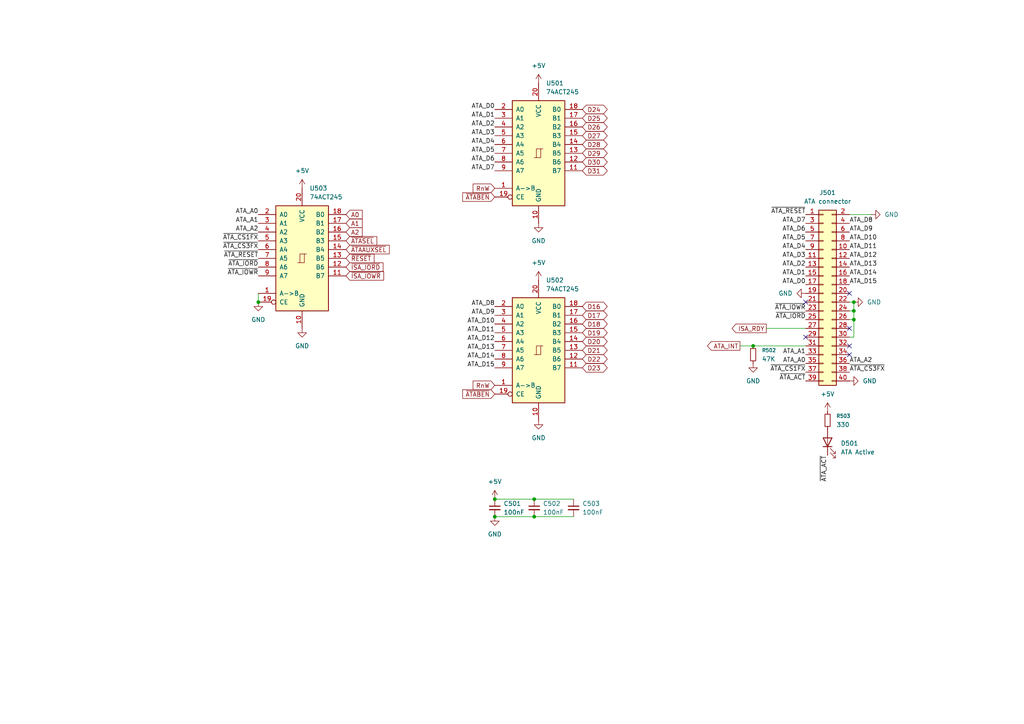
<source format=kicad_sch>
(kicad_sch (version 20250114) (generator "eeschema") (generator_version "9.0")
  (paper "A4")
  (lib_symbols
    (symbol "74xx:74HC245" (pin_names (offset 1.016))
      (property "Reference" "U" (at -7.62 16.51 0))
      (property "Value" "74HC245" (at -7.62 -16.51 0))
      (symbol "74HC245_1_0"
        (polyline (pts (xy -1.27 -1.27) (xy 0.635 -1.27) (xy 0.635 1.27) (xy 1.27 1.27)))
        (polyline (pts (xy -0.635 -1.27) (xy -0.635 1.27) (xy 0.635 1.27)))
        (pin tri_state line (at -12.7 12.7 0) (length 5.08) (name "A0") (number "2"))
        (pin tri_state line (at -12.7 10.16 0) (length 5.08) (name "A1") (number "3"))
        (pin tri_state line (at -12.7 7.62 0) (length 5.08) (name "A2") (number "4"))
        (pin tri_state line (at -12.7 5.08 0) (length 5.08) (name "A3") (number "5"))
        (pin tri_state line (at -12.7 2.54 0) (length 5.08) (name "A4") (number "6"))
        (pin tri_state line (at -12.7 0 0) (length 5.08) (name "A5") (number "7"))
        (pin tri_state line (at -12.7 -2.54 0) (length 5.08) (name "A6") (number "8"))
        (pin tri_state line (at -12.7 -5.08 0) (length 5.08) (name "A7") (number "9"))
        (pin input line (at -12.7 -10.16 0) (length 5.08) (name "A->B") (number "1"))
        (pin input inverted (at -12.7 -12.7 0) (length 5.08) (name "CE") (number "19"))
        (pin power_in line (at 0 20.32 270) (length 5.08) (name "VCC") (number "20"))
        (pin power_in line (at 0 -20.32 90) (length 5.08) (name "GND") (number "10"))
        (pin tri_state line (at 12.7 12.7 180) (length 5.08) (name "B0") (number "18"))
        (pin tri_state line (at 12.7 10.16 180) (length 5.08) (name "B1") (number "17"))
        (pin tri_state line (at 12.7 7.62 180) (length 5.08) (name "B2") (number "16"))
        (pin tri_state line (at 12.7 5.08 180) (length 5.08) (name "B3") (number "15"))
        (pin tri_state line (at 12.7 2.54 180) (length 5.08) (name "B4") (number "14"))
        (pin tri_state line (at 12.7 0 180) (length 5.08) (name "B5") (number "13"))
        (pin tri_state line (at 12.7 -2.54 180) (length 5.08) (name "B6") (number "12"))
        (pin tri_state line (at 12.7 -5.08 180) (length 5.08) (name "B7") (number "11"))
      )
      (symbol "74HC245_1_1"
        (rectangle (start -7.62 15.24) (end 7.62 -15.24) (stroke (width 0.254)) (fill (type background)))
      )
    )
    (symbol "Connector_Generic:Conn_02x20_Odd_Even" (pin_names (offset 1.016) (hide yes))
      (property "Reference" "J" (at 1.27 25.4 0))
      (property "Value" "Conn_02x20_Odd_Even" (at 1.27 -27.94 0))
      (symbol "Conn_02x20_Odd_Even_1_1"
        (rectangle (start -1.27 24.13) (end 3.81 -26.67) (stroke (width 0.254)) (fill (type background)))
        (rectangle (start -1.27 22.987) (end 0 22.733) (stroke (width 0.1524)))
        (rectangle (start -1.27 20.447) (end 0 20.193) (stroke (width 0.1524)))
        (rectangle (start -1.27 17.907) (end 0 17.653) (stroke (width 0.1524)))
        (rectangle (start -1.27 15.367) (end 0 15.113) (stroke (width 0.1524)))
        (rectangle (start -1.27 12.827) (end 0 12.573) (stroke (width 0.1524)))
        (rectangle (start -1.27 10.287) (end 0 10.033) (stroke (width 0.1524)))
        (rectangle (start -1.27 7.747) (end 0 7.493) (stroke (width 0.1524)))
        (rectangle (start -1.27 5.207) (end 0 4.953) (stroke (width 0.1524)))
        (rectangle (start -1.27 2.667) (end 0 2.413) (stroke (width 0.1524)))
        (rectangle (start -1.27 0.127) (end 0 -0.127) (stroke (width 0.1524)))
        (rectangle (start -1.27 -2.413) (end 0 -2.667) (stroke (width 0.1524)))
        (rectangle (start -1.27 -4.953) (end 0 -5.207) (stroke (width 0.1524)))
        (rectangle (start -1.27 -7.493) (end 0 -7.747) (stroke (width 0.1524)))
        (rectangle (start -1.27 -10.033) (end 0 -10.287) (stroke (width 0.1524)))
        (rectangle (start -1.27 -12.573) (end 0 -12.827) (stroke (width 0.1524)))
        (rectangle (start -1.27 -15.113) (end 0 -15.367) (stroke (width 0.1524)))
        (rectangle (start -1.27 -17.653) (end 0 -17.907) (stroke (width 0.1524)))
        (rectangle (start -1.27 -20.193) (end 0 -20.447) (stroke (width 0.1524)))
        (rectangle (start -1.27 -22.733) (end 0 -22.987) (stroke (width 0.1524)))
        (rectangle (start -1.27 -25.273) (end 0 -25.527) (stroke (width 0.1524)))
        (rectangle (start 3.81 22.987) (end 2.54 22.733) (stroke (width 0.1524)))
        (rectangle (start 3.81 20.447) (end 2.54 20.193) (stroke (width 0.1524)))
        (rectangle (start 3.81 17.907) (end 2.54 17.653) (stroke (width 0.1524)))
        (rectangle (start 3.81 15.367) (end 2.54 15.113) (stroke (width 0.1524)))
        (rectangle (start 3.81 12.827) (end 2.54 12.573) (stroke (width 0.1524)))
        (rectangle (start 3.81 10.287) (end 2.54 10.033) (stroke (width 0.1524)))
        (rectangle (start 3.81 7.747) (end 2.54 7.493) (stroke (width 0.1524)))
        (rectangle (start 3.81 5.207) (end 2.54 4.953) (stroke (width 0.1524)))
        (rectangle (start 3.81 2.667) (end 2.54 2.413) (stroke (width 0.1524)))
        (rectangle (start 3.81 0.127) (end 2.54 -0.127) (stroke (width 0.1524)))
        (rectangle (start 3.81 -2.413) (end 2.54 -2.667) (stroke (width 0.1524)))
        (rectangle (start 3.81 -4.953) (end 2.54 -5.207) (stroke (width 0.1524)))
        (rectangle (start 3.81 -7.493) (end 2.54 -7.747) (stroke (width 0.1524)))
        (rectangle (start 3.81 -10.033) (end 2.54 -10.287) (stroke (width 0.1524)))
        (rectangle (start 3.81 -12.573) (end 2.54 -12.827) (stroke (width 0.1524)))
        (rectangle (start 3.81 -15.113) (end 2.54 -15.367) (stroke (width 0.1524)))
        (rectangle (start 3.81 -17.653) (end 2.54 -17.907) (stroke (width 0.1524)))
        (rectangle (start 3.81 -20.193) (end 2.54 -20.447) (stroke (width 0.1524)))
        (rectangle (start 3.81 -22.733) (end 2.54 -22.987) (stroke (width 0.1524)))
        (rectangle (start 3.81 -25.273) (end 2.54 -25.527) (stroke (width 0.1524)))
        (pin passive line (at -5.08 22.86 0) (length 3.81) (name "Pin_1") (number "1"))
        (pin passive line (at -5.08 20.32 0) (length 3.81) (name "Pin_3") (number "3"))
        (pin passive line (at -5.08 17.78 0) (length 3.81) (name "Pin_5") (number "5"))
        (pin passive line (at -5.08 15.24 0) (length 3.81) (name "Pin_7") (number "7"))
        (pin passive line (at -5.08 12.7 0) (length 3.81) (name "Pin_9") (number "9"))
        (pin passive line (at -5.08 10.16 0) (length 3.81) (name "Pin_11") (number "11"))
        (pin passive line (at -5.08 7.62 0) (length 3.81) (name "Pin_13") (number "13"))
        (pin passive line (at -5.08 5.08 0) (length 3.81) (name "Pin_15") (number "15"))
        (pin passive line (at -5.08 2.54 0) (length 3.81) (name "Pin_17") (number "17"))
        (pin passive line (at -5.08 0 0) (length 3.81) (name "Pin_19") (number "19"))
        (pin passive line (at -5.08 -2.54 0) (length 3.81) (name "Pin_21") (number "21"))
        (pin passive line (at -5.08 -5.08 0) (length 3.81) (name "Pin_23") (number "23"))
        (pin passive line (at -5.08 -7.62 0) (length 3.81) (name "Pin_25") (number "25"))
        (pin passive line (at -5.08 -10.16 0) (length 3.81) (name "Pin_27") (number "27"))
        (pin passive line (at -5.08 -12.7 0) (length 3.81) (name "Pin_29") (number "29"))
        (pin passive line (at -5.08 -15.24 0) (length 3.81) (name "Pin_31") (number "31"))
        (pin passive line (at -5.08 -17.78 0) (length 3.81) (name "Pin_33") (number "33"))
        (pin passive line (at -5.08 -20.32 0) (length 3.81) (name "Pin_35") (number "35"))
        (pin passive line (at -5.08 -22.86 0) (length 3.81) (name "Pin_37") (number "37"))
        (pin passive line (at -5.08 -25.4 0) (length 3.81) (name "Pin_39") (number "39"))
        (pin passive line (at 7.62 22.86 180) (length 3.81) (name "Pin_2") (number "2"))
        (pin passive line (at 7.62 20.32 180) (length 3.81) (name "Pin_4") (number "4"))
        (pin passive line (at 7.62 17.78 180) (length 3.81) (name "Pin_6") (number "6"))
        (pin passive line (at 7.62 15.24 180) (length 3.81) (name "Pin_8") (number "8"))
        (pin passive line (at 7.62 12.7 180) (length 3.81) (name "Pin_10") (number "10"))
        (pin passive line (at 7.62 10.16 180) (length 3.81) (name "Pin_12") (number "12"))
        (pin passive line (at 7.62 7.62 180) (length 3.81) (name "Pin_14") (number "14"))
        (pin passive line (at 7.62 5.08 180) (length 3.81) (name "Pin_16") (number "16"))
        (pin passive line (at 7.62 2.54 180) (length 3.81) (name "Pin_18") (number "18"))
        (pin passive line (at 7.62 0 180) (length 3.81) (name "Pin_20") (number "20"))
        (pin passive line (at 7.62 -2.54 180) (length 3.81) (name "Pin_22") (number "22"))
        (pin passive line (at 7.62 -5.08 180) (length 3.81) (name "Pin_24") (number "24"))
        (pin passive line (at 7.62 -7.62 180) (length 3.81) (name "Pin_26") (number "26"))
        (pin passive line (at 7.62 -10.16 180) (length 3.81) (name "Pin_28") (number "28"))
        (pin passive line (at 7.62 -12.7 180) (length 3.81) (name "Pin_30") (number "30"))
        (pin passive line (at 7.62 -15.24 180) (length 3.81) (name "Pin_32") (number "32"))
        (pin passive line (at 7.62 -17.78 180) (length 3.81) (name "Pin_34") (number "34"))
        (pin passive line (at 7.62 -20.32 180) (length 3.81) (name "Pin_36") (number "36"))
        (pin passive line (at 7.62 -22.86 180) (length 3.81) (name "Pin_38") (number "38"))
        (pin passive line (at 7.62 -25.4 180) (length 3.81) (name "Pin_40") (number "40"))
      )
    )
    (symbol "Device:C_Small" (pin_numbers (hide yes)) (pin_names (offset 0.254) (hide yes))
      (property "Reference" "C" (at 0.254 1.778 0))
      (property "Value" "C_Small" (at 0.254 -2.032 0))
      (symbol "C_Small_0_1"
        (polyline (pts (xy -1.524 0.508) (xy 1.524 0.508)) (stroke (width 0.3048)))
        (polyline (pts (xy -1.524 -0.508) (xy 1.524 -0.508)) (stroke (width 0.3302)))
      )
      (symbol "C_Small_1_1"
        (pin passive line (at 0 2.54 270) (length 2.032) (name "~") (number "1"))
        (pin passive line (at 0 -2.54 90) (length 2.032) (name "~") (number "2"))
      )
    )
    (symbol "Device:LED" (pin_numbers (hide yes)) (pin_names (offset 1.016) (hide yes))
      (property "Reference" "D" (at 0 2.54 0))
      (property "Value" "LED" (at 0 -2.54 0))
      (symbol "LED_0_1"
        (polyline (pts (xy -3.048 -0.762) (xy -4.572 -2.286) (xy -3.81 -2.286) (xy -4.572 -2.286) (xy -4.572 -1.524)))
        (polyline (pts (xy -1.778 -0.762) (xy -3.302 -2.286) (xy -2.54 -2.286) (xy -3.302 -2.286) (xy -3.302 -1.524)))
        (polyline (pts (xy -1.27 0) (xy 1.27 0)))
        (polyline (pts (xy -1.27 -1.27) (xy -1.27 1.27)) (stroke (width 0.254)))
        (polyline (pts (xy 1.27 -1.27) (xy 1.27 1.27) (xy -1.27 0) (xy 1.27 -1.27)) (stroke (width 0.254)))
      )
      (symbol "LED_1_1"
        (pin passive line (at -3.81 0 0) (length 2.54) (name "K") (number "1"))
        (pin passive line (at 3.81 0 180) (length 2.54) (name "A") (number "2"))
      )
    )
    (symbol "Device:R_Small" (pin_numbers (hide yes)) (pin_names (offset 0.254) (hide yes))
      (property "Reference" "R" (at 0 0 90))
      (property "Value" "R_Small" (at 1.778 0 90))
      (symbol "R_Small_0_1"
        (rectangle (start -0.762 1.778) (end 0.762 -1.778) (stroke (width 0.2032)))
      )
      (symbol "R_Small_1_1"
        (pin passive line (at 0 2.54 270) (length 0.762) (name "~") (number "1"))
        (pin passive line (at 0 -2.54 90) (length 0.762) (name "~") (number "2"))
      )
    )
    (symbol "power:+5V" (power) (pin_numbers (hide yes)) (pin_names (offset 0) (hide yes))
      (property "Value" "+5V" (at 0 3.556 0))
      (symbol "+5V_0_1"
        (polyline (pts (xy -0.762 1.27) (xy 0 2.54)))
        (polyline (pts (xy 0 2.54) (xy 0.762 1.27)))
        (polyline (pts (xy 0 0) (xy 0 2.54)))
      )
      (symbol "+5V_1_1"
        (pin power_in line (at 0 0 90) (length 0) (name "~") (number "1"))
      )
    )
    (symbol "power:GND" (power) (pin_numbers (hide yes)) (pin_names (offset 0) (hide yes))
      (property "Value" "GND" (at 0 -3.81 0))
      (symbol "GND_0_1"
        (polyline (pts (xy 0 0) (xy 0 -1.27) (xy 1.27 -1.27) (xy 0 -2.54) (xy -1.27 -1.27) (xy 0 -1.27)))
      )
      (symbol "GND_1_1"
        (pin power_in line (at 0 0 270) (length 0) (name "~") (number "1"))
      )
    )
  )
  (junction (at 154.94 144.78))
  (junction (at 218.44 100.33))
  (junction (at 154.94 149.86))
  (junction (at 74.93 87.63))
  (junction (at 143.51 144.78))
  (junction (at 247.65 92.71))
  (junction (at 247.65 90.17))
  (junction (at 143.51 149.86))
  (junction (at 247.65 87.63))
  (no_connect (at 246.38 100.33))
  (no_connect (at 246.38 102.87))
  (no_connect (at 233.68 87.63))
  (no_connect (at 233.68 97.79))
  (no_connect (at 246.38 95.25))
  (no_connect (at 246.38 85.09))
  (wire (pts (xy 218.44 100.33) (xy 233.68 100.33)))
  (wire (pts (xy 154.94 149.86) (xy 166.37 149.86)))
  (wire (pts (xy 222.25 95.25) (xy 233.68 95.25)))
  (wire (pts (xy 247.65 92.71) (xy 247.65 97.79)))
  (wire (pts (xy 247.65 87.63) (xy 247.65 90.17)))
  (wire (pts (xy 74.93 85.09) (xy 74.93 87.63)))
  (wire (pts (xy 247.65 90.17) (xy 247.65 92.71)))
  (wire (pts (xy 247.65 97.79) (xy 246.38 97.79)))
  (wire (pts (xy 246.38 90.17) (xy 247.65 90.17)))
  (wire (pts (xy 143.51 144.78) (xy 154.94 144.78)))
  (wire (pts (xy 214.63 100.33) (xy 218.44 100.33)))
  (wire (pts (xy 252.73 62.23) (xy 246.38 62.23)))
  (wire (pts (xy 246.38 87.63) (xy 247.65 87.63)))
  (wire (pts (xy 246.38 92.71) (xy 247.65 92.71)))
  (wire (pts (xy 143.51 149.86) (xy 154.94 149.86)))
  (wire (pts (xy 154.94 144.78) (xy 166.37 144.78)))
  (label "ATA_D0" (at 143.51 31.75 180))
  (label "ATA_D6" (at 143.51 46.99 180))
  (label "ATA_A1" (at 74.93 64.77 180))
  (label "~{ATA_RESET}" (at 233.68 62.23 180))
  (label "ATA_D1" (at 143.51 34.29 180))
  (label "ATA_D10" (at 246.38 69.85 0))
  (label "ATA_D11" (at 246.38 72.39 0))
  (label "~{ATA_IORD}" (at 74.93 77.47 180))
  (label "ATA_D13" (at 143.51 101.6 180))
  (label "~{ATA_IOWR}" (at 233.68 90.17 180))
  (label "ATA_D8" (at 143.51 88.9 180))
  (label "ATA_D6" (at 233.68 67.31 180))
  (label "ATA_D13" (at 246.38 77.47 0))
  (label "~{ATA_CS1FX}" (at 74.93 69.85 180))
  (label "ATA_A1" (at 233.68 102.87 180))
  (label "ATA_D5" (at 233.68 69.85 180))
  (label "ATA_D7" (at 233.68 64.77 180))
  (label "ATA_A2" (at 246.38 105.41 0))
  (label "ATA_D9" (at 246.38 67.31 0))
  (label "ATA_D15" (at 143.51 106.68 180))
  (label "ATA_D12" (at 246.38 74.93 0))
  (label "ATA_D12" (at 143.51 99.06 180))
  (label "ATA_D8" (at 246.38 64.77 0))
  (label "ATA_A0" (at 74.93 62.23 180))
  (label "ATA_D4" (at 233.68 72.39 180))
  (label "ATA_D14" (at 143.51 104.14 180))
  (label "~{ATA_RESET}" (at 74.93 74.93 180))
  (label "ATA_D7" (at 143.51 49.53 180))
  (label "ATA_D14" (at 246.38 80.01 0))
  (label "~{ATA_IORD}" (at 233.68 92.71 180))
  (label "~{ATA_ACT}" (at 240.03 132.08 270))
  (label "ATA_D15" (at 246.38 82.55 0))
  (label "ATA_D11" (at 143.51 96.52 180))
  (label "ATA_D5" (at 143.51 44.45 180))
  (label "ATA_D10" (at 143.51 93.98 180))
  (label "ATA_D2" (at 233.68 77.47 180))
  (label "ATA_A2" (at 74.93 67.31 180))
  (label "ATA_D1" (at 233.68 80.01 180))
  (label "~{ATA_CS3FX}" (at 74.93 72.39 180))
  (label "ATA_D4" (at 143.51 41.91 180))
  (label "ATA_A0" (at 233.68 105.41 180))
  (label "~{ATA_ACT}" (at 233.68 110.49 180))
  (label "~{ATA_CS3FX}" (at 246.38 107.95 0))
  (label "ATA_D0" (at 233.68 82.55 180))
  (label "ATA_D2" (at 143.51 36.83 180))
  (label "~{ATA_IOWR}" (at 74.93 80.01 180))
  (label "ATA_D9" (at 143.51 91.44 180))
  (label "ATA_D3" (at 233.68 74.93 180))
  (label "~{ATA_CS1FX}" (at 233.68 107.95 180))
  (label "ATA_D3" (at 143.51 39.37 180))
  (global_label "D25" (shape bidirectional) (at 168.91 34.29 0) (property "Intersheetrefs" "${INTERSHEET_REFS}" (effects (hide yes))))
  (global_label "ISA_RDY" (shape output) (at 222.25 95.25 180) (property "Intersheetrefs" "${INTERSHEET_REFS}" (effects (hide yes))))
  (global_label "A1" (shape input) (at 100.33 64.77 0) (property "Intersheetrefs" "${INTERSHEET_REFS}" (effects (hide yes))))
  (global_label "D26" (shape bidirectional) (at 168.91 36.83 0) (property "Intersheetrefs" "${INTERSHEET_REFS}" (effects (hide yes))))
  (global_label "D16" (shape bidirectional) (at 168.91 88.9 0) (property "Intersheetrefs" "${INTERSHEET_REFS}" (effects (hide yes))))
  (global_label "~{ATABEN}" (shape input) (at 143.51 114.3 180) (property "Intersheetrefs" "${INTERSHEET_REFS}" (effects (hide yes))))
  (global_label "A2" (shape input) (at 100.33 67.31 0) (property "Intersheetrefs" "${INTERSHEET_REFS}" (effects (hide yes))))
  (global_label "~{ATABEN}" (shape input) (at 143.51 57.15 180) (property "Intersheetrefs" "${INTERSHEET_REFS}" (effects (hide yes))))
  (global_label "D31" (shape bidirectional) (at 168.91 49.53 0) (property "Intersheetrefs" "${INTERSHEET_REFS}" (effects (hide yes))))
  (global_label "D27" (shape bidirectional) (at 168.91 39.37 0) (property "Intersheetrefs" "${INTERSHEET_REFS}" (effects (hide yes))))
  (global_label "~{ATASEL}" (shape input) (at 100.33 69.85 0) (property "Intersheetrefs" "${INTERSHEET_REFS}" (effects (hide yes))))
  (global_label "~{ISA_IOWR}" (shape input) (at 100.33 80.01 0) (property "Intersheetrefs" "${INTERSHEET_REFS}" (effects (hide yes))))
  (global_label "D19" (shape bidirectional) (at 168.91 96.52 0) (property "Intersheetrefs" "${INTERSHEET_REFS}" (effects (hide yes))))
  (global_label "D17" (shape bidirectional) (at 168.91 91.44 0) (property "Intersheetrefs" "${INTERSHEET_REFS}" (effects (hide yes))))
  (global_label "D18" (shape bidirectional) (at 168.91 93.98 0) (property "Intersheetrefs" "${INTERSHEET_REFS}" (effects (hide yes))))
  (global_label "D20" (shape bidirectional) (at 168.91 99.06 0) (property "Intersheetrefs" "${INTERSHEET_REFS}" (effects (hide yes))))
  (global_label "ATA_INT" (shape output) (at 214.63 100.33 180) (property "Intersheetrefs" "${INTERSHEET_REFS}" (effects (hide yes))))
  (global_label "D30" (shape bidirectional) (at 168.91 46.99 0) (property "Intersheetrefs" "${INTERSHEET_REFS}" (effects (hide yes))))
  (global_label "D24" (shape bidirectional) (at 168.91 31.75 0) (property "Intersheetrefs" "${INTERSHEET_REFS}" (effects (hide yes))))
  (global_label "D21" (shape bidirectional) (at 168.91 101.6 0) (property "Intersheetrefs" "${INTERSHEET_REFS}" (effects (hide yes))))
  (global_label "~{ATAAUXSEL}" (shape input) (at 100.33 72.39 0) (property "Intersheetrefs" "${INTERSHEET_REFS}" (effects (hide yes))))
  (global_label "~{ISA_IORD}" (shape input) (at 100.33 77.47 0) (property "Intersheetrefs" "${INTERSHEET_REFS}" (effects (hide yes))))
  (global_label "D29" (shape bidirectional) (at 168.91 44.45 0) (property "Intersheetrefs" "${INTERSHEET_REFS}" (effects (hide yes))))
  (global_label "D22" (shape bidirectional) (at 168.91 104.14 0) (property "Intersheetrefs" "${INTERSHEET_REFS}" (effects (hide yes))))
  (global_label "A0" (shape input) (at 100.33 62.23 0) (property "Intersheetrefs" "${INTERSHEET_REFS}" (effects (hide yes))))
  (global_label "D28" (shape bidirectional) (at 168.91 41.91 0) (property "Intersheetrefs" "${INTERSHEET_REFS}" (effects (hide yes))))
  (global_label "RnW" (shape input) (at 143.51 111.76 180) (property "Intersheetrefs" "${INTERSHEET_REFS}" (effects (hide yes))))
  (global_label "~{RESET}" (shape input) (at 100.33 74.93 0) (property "Intersheetrefs" "${INTERSHEET_REFS}" (effects (hide yes))))
  (global_label "D23" (shape bidirectional) (at 168.91 106.68 0) (property "Intersheetrefs" "${INTERSHEET_REFS}" (effects (hide yes))))
  (global_label "RnW" (shape input) (at 143.51 54.61 180) (property "Intersheetrefs" "${INTERSHEET_REFS}" (effects (hide yes))))
  (symbol (lib_id "power:+5V") (at 240.03 119.38 0) (unit 1)
    (property "Reference" "#PWR0510" (effects (hide yes)))
    (property "Value" "+5V" (at 240.03 114.3 0))
    (property "Description" "Power symbol creates a global label with name \"+5V\"" (effects (hide yes)))
  )
  (symbol (lib_id "power:GND") (at 246.38 110.49 90) (unit 1)
    (property "Reference" "#PWR0508" (effects (hide yes)))
    (property "Value" "GND" (at 250.19 110.4899 90) (effects (justify right)))
    (property "Description" "Power symbol creates a global label with name \"GND\" , ground" (effects (hide yes)))
  )
  (symbol (lib_id "power:GND") (at 218.44 105.41 0) (unit 1)
    (property "Reference" "#PWR0509" (effects (hide yes)))
    (property "Value" "GND" (at 218.44 110.49 0))
    (property "Description" "Power symbol creates a global label with name \"GND\" , ground" (effects (hide yes)))
  )
  (symbol (lib_id "power:GND") (at 87.63 95.25 0) (unit 1)
    (property "Reference" "#PWR0512" (effects (hide yes)))
    (property "Value" "GND" (at 87.63 100.33 0))
    (property "Description" "Power symbol creates a global label with name \"GND\" , ground" (effects (hide yes)))
  )
  (symbol (lib_id "power:GND") (at 156.21 121.92 0) (unit 1)
    (property "Reference" "#PWR0504" (effects (hide yes)))
    (property "Value" "GND" (at 156.21 127 0))
    (property "Description" "Power symbol creates a global label with name \"GND\" , ground" (effects (hide yes)))
  )
  (symbol (lib_id "power:GND") (at 247.65 87.63 90) (unit 1)
    (property "Reference" "#PWR0507" (effects (hide yes)))
    (property "Value" "GND" (at 251.46 87.6299 90) (effects (justify right)))
    (property "Description" "Power symbol creates a global label with name \"GND\" , ground" (effects (hide yes)))
  )
  (symbol (lib_id "Device:R_Small") (at 218.44 102.87 0) (unit 1)
    (property "Reference" "R502" (at 220.98 101.5999 0) (effects (font (size 1.016 1.016)) (justify left)))
    (property "Value" "47K" (at 220.98 104.1399 0) (effects (justify left)))
    (property "Footprint" "Resistor_SMD:R_0805_2012Metric" (effects (hide yes)))
    (property "Description" "Resistor, small symbol" (effects (hide yes)))
  )
  (symbol (lib_id "power:GND") (at 74.93 87.63 0) (unit 1)
    (property "Reference" "#PWR0519" (effects (hide yes)))
    (property "Value" "GND" (at 74.93 92.71 0))
    (property "Description" "Power symbol creates a global label with name \"GND\" , ground" (effects (hide yes)))
  )
  (symbol (lib_id "power:+5V") (at 87.63 54.61 0) (unit 1)
    (property "Reference" "#PWR0511" (effects (hide yes)))
    (property "Value" "+5V" (at 87.63 49.53 0))
    (property "Description" "Power symbol creates a global label with name \"+5V\"" (effects (hide yes)))
  )
  (symbol (lib_id "power:GND") (at 143.51 149.86 0) (unit 1)
    (property "Reference" "#PWR0525" (effects (hide yes)))
    (property "Value" "GND" (at 143.51 154.94 0))
    (property "Description" "Power symbol creates a global label with name \"GND\" , ground" (effects (hide yes)))
  )
  (symbol (lib_id "Device:C_Small") (at 143.51 147.32 0) (unit 1)
    (property "Reference" "C501" (at 146.05 146.0562 0) (effects (justify left)))
    (property "Value" "100nF" (at 146.05 148.5962 0) (effects (justify left)))
    (property "Footprint" "Capacitor_SMD:C_0805_2012Metric" (effects (hide yes)))
    (property "Description" "Unpolarized capacitor, small symbol" (effects (hide yes)))
  )
  (symbol (lib_id "power:+5V") (at 143.51 144.78 0) (unit 1)
    (property "Reference" "#PWR0524" (effects (hide yes)))
    (property "Value" "+5V" (at 143.51 139.7 0))
    (property "Description" "Power symbol creates a global label with name \"+5V\"" (effects (hide yes)))
  )
  (symbol (lib_id "Device:C_Small") (at 166.37 147.32 0) (unit 1)
    (property "Reference" "C503" (at 168.91 146.0562 0) (effects (justify left)))
    (property "Value" "100nF" (at 168.91 148.5962 0) (effects (justify left)))
    (property "Footprint" "Capacitor_SMD:C_0805_2012Metric" (effects (hide yes)))
    (property "Description" "Unpolarized capacitor, small symbol" (effects (hide yes)))
  )
  (symbol (lib_id "power:+5V") (at 156.21 81.28 0) (unit 1)
    (property "Reference" "#PWR0502" (effects (hide yes)))
    (property "Value" "+5V" (at 156.21 76.2 0))
    (property "Description" "Power symbol creates a global label with name \"+5V\"" (effects (hide yes)))
  )
  (symbol (lib_id "power:GND") (at 156.21 64.77 0) (unit 1)
    (property "Reference" "#PWR0503" (effects (hide yes)))
    (property "Value" "GND" (at 156.21 69.85 0))
    (property "Description" "Power symbol creates a global label with name \"GND\" , ground" (effects (hide yes)))
  )
  (symbol (lib_id "74xx:74HC245") (at 156.21 101.6 0) (unit 1)
    (property "Reference" "U502" (at 158.3533 81.28 0) (effects (justify left)))
    (property "Value" "74ACT245" (at 158.3533 83.82 0) (effects (justify left)))
    (property "Footprint" "Package_DIP:DIP-20_W7.62mm_Socket" (effects (hide yes)))
    (property "Datasheet" "http://www.ti.com/lit/gpn/sn74HC245" (effects (hide yes)))
    (property "Description" "Octal BUS Transceivers, 3-State outputs" (effects (hide yes)))
  )
  (symbol (lib_id "power:GND") (at 233.68 85.09 270) (unit 1)
    (property "Reference" "#PWR0506" (effects (hide yes)))
    (property "Value" "GND" (at 229.87 85.0899 90) (effects (justify right)))
    (property "Description" "Power symbol creates a global label with name \"GND\" , ground" (effects (hide yes)))
  )
  (symbol (lib_id "74xx:74HC245") (at 156.21 44.45 0) (unit 1)
    (property "Reference" "U501" (at 158.3533 24.13 0) (effects (justify left)))
    (property "Value" "74ACT245" (at 158.3533 26.67 0) (effects (justify left)))
    (property "Footprint" "Package_DIP:DIP-20_W7.62mm_Socket" (effects (hide yes)))
    (property "Datasheet" "http://www.ti.com/lit/gpn/sn74HC245" (effects (hide yes)))
    (property "Description" "Octal BUS Transceivers, 3-State outputs" (effects (hide yes)))
  )
  (symbol (lib_id "power:GND") (at 252.73 62.23 90) (unit 1)
    (property "Reference" "#PWR0505" (effects (hide yes)))
    (property "Value" "GND" (at 256.54 62.2299 90) (effects (justify right)))
    (property "Description" "Power symbol creates a global label with name \"GND\" , ground" (effects (hide yes)))
  )
  (symbol (lib_id "Device:LED") (at 240.03 128.27 90) (unit 1)
    (property "Reference" "D501" (at 243.84 128.5874 90) (effects (justify right)))
    (property "Value" "ATA Active" (at 243.84 131.1274 90) (effects (justify right)))
    (property "Footprint" "LED_THT:LED_D3.0mm" (effects (hide yes)))
    (property "Description" "Light emitting diode" (effects (hide yes)))
    (property "Sim.Pins" "1=K 2=A" (effects (hide yes)))
  )
  (symbol (lib_id "power:+5V") (at 156.21 24.13 0) (unit 1)
    (property "Reference" "#PWR0501" (effects (hide yes)))
    (property "Value" "+5V" (at 156.21 19.05 0))
    (property "Description" "Power symbol creates a global label with name \"+5V\"" (effects (hide yes)))
  )
  (symbol (lib_id "74xx:74HC245") (at 87.63 74.93 0) (unit 1)
    (property "Reference" "U503" (at 89.7733 54.61 0) (effects (justify left)))
    (property "Value" "74ACT245" (at 89.7733 57.15 0) (effects (justify left)))
    (property "Footprint" "Package_DIP:DIP-20_W7.62mm_Socket" (effects (hide yes)))
    (property "Datasheet" "http://www.ti.com/lit/gpn/sn74HC245" (effects (hide yes)))
    (property "Description" "Octal BUS Transceivers, 3-State outputs" (effects (hide yes)))
  )
  (symbol (lib_id "Device:R_Small") (at 240.03 121.92 0) (unit 1)
    (property "Reference" "R503" (at 242.57 120.6499 0) (effects (font (size 1.016 1.016)) (justify left)))
    (property "Value" "330" (at 242.57 123.1899 0) (effects (justify left)))
    (property "Footprint" "Resistor_SMD:R_0805_2012Metric" (effects (hide yes)))
    (property "Description" "Resistor, small symbol" (effects (hide yes)))
  )
  (symbol (lib_id "Device:C_Small") (at 154.94 147.32 0) (unit 1)
    (property "Reference" "C502" (at 157.48 146.0562 0) (effects (justify left)))
    (property "Value" "100nF" (at 157.48 148.5962 0) (effects (justify left)))
    (property "Footprint" "Capacitor_SMD:C_0805_2012Metric" (effects (hide yes)))
    (property "Description" "Unpolarized capacitor, small symbol" (effects (hide yes)))
  )
  (symbol (lib_id "Connector_Generic:Conn_02x20_Odd_Even") (at 238.76 85.09 0) (unit 1)
    (property "Reference" "J501" (at 240.03 55.88 0))
    (property "Value" "ATA connector" (at 240.03 58.42 0))
    (property "Footprint" "Connector_IDC:IDC-Header_2x20_P2.54mm_Vertical" (effects (hide yes)))
    (property "Description" "Generic connector, double row, 02x20, odd/even pin numbering scheme (row 1 odd numbers, row 2 even numbers), script generated (kicad-library-utils/schlib/autogen/connector/)" (effects (hide yes)))
  )
)
</source>
